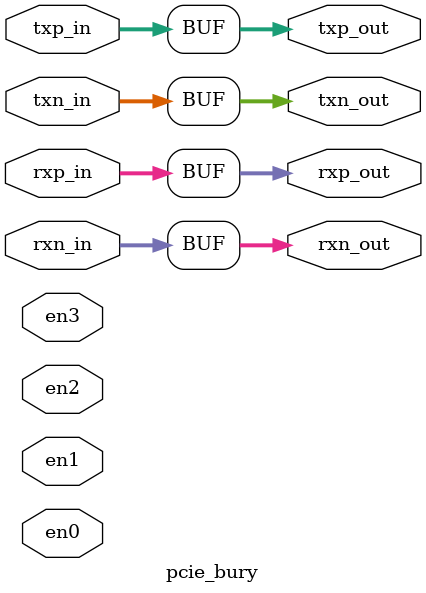
<source format=v>
module pcie_bury(rxp_in,
		 rxn_in,
                 txp_in,
                 txn_in,
                 rxp_out,
		 rxn_out,
                 txp_out,
                 txn_out,
                 en0,
                 en1,
                 en2,
                 en3
);

    input [7:0] rxp_in;
    input [7:0] rxn_in;
    input [7:0] txp_in;
    input [7:0] txn_in;

    input       en0;
    input       en1;
    input       en2;
    input       en3;   
   
    output [7:0] rxp_out; 
    output [7:0] rxn_out; 
    output [7:0] txp_out; 
    output [7:0] txn_out;
   
    assign rxp_out = rxp_in;
    assign rxn_out = rxn_in;
    assign txp_out = txp_in;
    assign txn_out = txn_in;

endmodule

</source>
